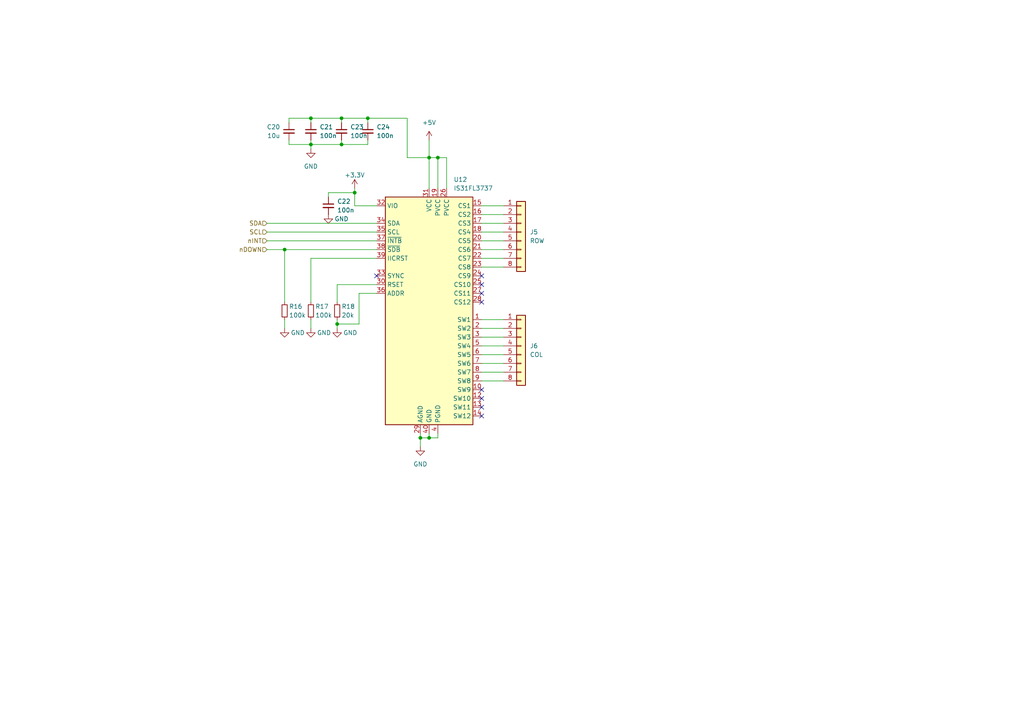
<source format=kicad_sch>
(kicad_sch (version 20211123) (generator eeschema)
  (paper "A4")
  (lib_symbols
    (symbol "Connector_Generic:Conn_01x08" (pin_names (offset 1.016) hide)
      (property "Reference" "J" (at 0 10.16 0))
      (property "Value" "Conn_01x08" (at 0 -12.7 0))
      (symbol "Conn_01x08_1_1"
        (rectangle (start -1.27 -10.033) (end 0 -10.287) (stroke (width 0.1524)))
        (rectangle (start -1.27 -7.493) (end 0 -7.747) (stroke (width 0.1524)))
        (rectangle (start -1.27 -4.953) (end 0 -5.207) (stroke (width 0.1524)))
        (rectangle (start -1.27 -2.413) (end 0 -2.667) (stroke (width 0.1524)))
        (rectangle (start -1.27 0.127) (end 0 -0.127) (stroke (width 0.1524)))
        (rectangle (start -1.27 2.667) (end 0 2.413) (stroke (width 0.1524)))
        (rectangle (start -1.27 5.207) (end 0 4.953) (stroke (width 0.1524)))
        (rectangle (start -1.27 7.747) (end 0 7.493) (stroke (width 0.1524)))
        (rectangle (start -1.27 8.89) (end 1.27 -11.43) (stroke (width 0.254)) (fill (type background)))
        (pin passive line (at -5.08 7.62 0) (length 3.81) (name "Pin_1") (number "1"))
        (pin passive line (at -5.08 5.08 0) (length 3.81) (name "Pin_2") (number "2"))
        (pin passive line (at -5.08 2.54 0) (length 3.81) (name "Pin_3") (number "3"))
        (pin passive line (at -5.08 0 0) (length 3.81) (name "Pin_4") (number "4"))
        (pin passive line (at -5.08 -2.54 0) (length 3.81) (name "Pin_5") (number "5"))
        (pin passive line (at -5.08 -5.08 0) (length 3.81) (name "Pin_6") (number "6"))
        (pin passive line (at -5.08 -7.62 0) (length 3.81) (name "Pin_7") (number "7"))
        (pin passive line (at -5.08 -10.16 0) (length 3.81) (name "Pin_8") (number "8"))
      )
    )
    (symbol "Device:C_Small" (pin_numbers hide) (pin_names (offset 0.254) hide)
      (property "Reference" "C" (at 0.254 1.778 0))
      (property "Value" "C_Small" (at 0.254 -2.032 0))
      (symbol "C_Small_0_1"
        (polyline (pts (xy -1.524 -0.508) (xy 1.524 -0.508)) (stroke (width 0.3302)))
        (polyline (pts (xy -1.524 0.508) (xy 1.524 0.508)) (stroke (width 0.3048)))
      )
      (symbol "C_Small_1_1"
        (pin passive line (at 0 2.54 270) (length 2.032) (name "~") (number "1"))
        (pin passive line (at 0 -2.54 90) (length 2.032) (name "~") (number "2"))
      )
    )
    (symbol "Device:R_Small" (pin_numbers hide) (pin_names (offset 0.254) hide)
      (property "Reference" "R" (at 0.762 0.508 0))
      (property "Value" "R_Small" (at 0.762 -1.016 0))
      (symbol "R_Small_0_1"
        (rectangle (start -0.762 1.778) (end 0.762 -1.778) (stroke (width 0.2032)))
      )
      (symbol "R_Small_1_1"
        (pin passive line (at 0 2.54 270) (length 0.762) (name "~") (number "1"))
        (pin passive line (at 0 -2.54 90) (length 0.762) (name "~") (number "2"))
      )
    )
    (symbol "Driver_LED:IS31FL3737"
      (property "Reference" "U" (at -12.7 33.655 0))
      (property "Value" "IS31FL3737" (at 5.08 -34.29 0))
      (symbol "IS31FL3737_0_1"
        (rectangle (start -12.7 33.02) (end 12.7 -33.02) (stroke (width 0.254)) (fill (type background)))
      )
      (symbol "IS31FL3737_1_1"
        (pin input line (at 15.24 -2.54 180) (length 2.54) (name "SW1") (number "1"))
        (pin input line (at 15.24 -22.86 180) (length 2.54) (name "SW9") (number "10"))
        (pin passive line (at 2.54 -35.56 90) (length 2.54) hide (name "PGND") (number "11"))
        (pin input line (at 15.24 -25.4 180) (length 2.54) (name "SW10") (number "12"))
        (pin input line (at 15.24 -27.94 180) (length 2.54) (name "SW11") (number "13"))
        (pin input line (at 15.24 -30.48 180) (length 2.54) (name "SW12") (number "14"))
        (pin output line (at 15.24 30.48 180) (length 2.54) (name "CS1") (number "15"))
        (pin output line (at 15.24 27.94 180) (length 2.54) (name "CS2") (number "16"))
        (pin output line (at 15.24 25.4 180) (length 2.54) (name "CS3") (number "17"))
        (pin output line (at 15.24 22.86 180) (length 2.54) (name "CS4") (number "18"))
        (pin power_in line (at 2.54 35.56 270) (length 2.54) (name "PVCC") (number "19"))
        (pin input line (at 15.24 -5.08 180) (length 2.54) (name "SW2") (number "2"))
        (pin output line (at 15.24 20.32 180) (length 2.54) (name "CS5") (number "20"))
        (pin output line (at 15.24 17.78 180) (length 2.54) (name "CS6") (number "21"))
        (pin output line (at 15.24 15.24 180) (length 2.54) (name "CS7") (number "22"))
        (pin output line (at 15.24 12.7 180) (length 2.54) (name "CS8") (number "23"))
        (pin output line (at 15.24 10.16 180) (length 2.54) (name "CS9") (number "24"))
        (pin output line (at 15.24 7.62 180) (length 2.54) (name "CS10") (number "25"))
        (pin power_in line (at 5.08 35.56 270) (length 2.54) (name "PVCC") (number "26"))
        (pin output line (at 15.24 5.08 180) (length 2.54) (name "CS11") (number "27"))
        (pin output line (at 15.24 2.54 180) (length 2.54) (name "CS12") (number "28"))
        (pin power_in line (at -2.54 -35.56 90) (length 2.54) (name "AGND") (number "29"))
        (pin input line (at 15.24 -7.62 180) (length 2.54) (name "SW3") (number "3"))
        (pin passive line (at -15.24 7.62 0) (length 2.54) (name "RSET") (number "30"))
        (pin power_in line (at 0 35.56 270) (length 2.54) (name "VCC") (number "31"))
        (pin input line (at -15.24 30.48 0) (length 2.54) (name "VIO") (number "32"))
        (pin input line (at -15.24 10.16 0) (length 2.54) (name "SYNC") (number "33"))
        (pin bidirectional line (at -15.24 25.4 0) (length 2.54) (name "SDA") (number "34"))
        (pin input line (at -15.24 22.86 0) (length 2.54) (name "SCL") (number "35"))
        (pin input line (at -15.24 5.08 0) (length 2.54) (name "ADDR") (number "36"))
        (pin open_collector line (at -15.24 20.32 0) (length 2.54) (name "~{INTB}") (number "37"))
        (pin input line (at -15.24 17.78 0) (length 2.54) (name "~{SDB}") (number "38"))
        (pin input line (at -15.24 15.24 0) (length 2.54) (name "IICRST") (number "39"))
        (pin power_in line (at 2.54 -35.56 90) (length 2.54) (name "PGND") (number "4"))
        (pin power_in line (at 0 -35.56 90) (length 2.54) (name "GND") (number "40"))
        (pin passive line (at 0 -35.56 90) (length 2.54) hide (name "GND") (number "41"))
        (pin input line (at 15.24 -10.16 180) (length 2.54) (name "SW4") (number "5"))
        (pin input line (at 15.24 -12.7 180) (length 2.54) (name "SW5") (number "6"))
        (pin input line (at 15.24 -15.24 180) (length 2.54) (name "SW6") (number "7"))
        (pin input line (at 15.24 -17.78 180) (length 2.54) (name "SW7") (number "8"))
        (pin input line (at 15.24 -20.32 180) (length 2.54) (name "SW8") (number "9"))
      )
    )
    (symbol "power:+3.3V" (power) (pin_names (offset 0))
      (property "Value" "+3.3V" (at 0 3.556 0))
      (symbol "+3.3V_0_1"
        (polyline (pts (xy -0.762 1.27) (xy 0 2.54)))
        (polyline (pts (xy 0 0) (xy 0 2.54)))
        (polyline (pts (xy 0 2.54) (xy 0.762 1.27)))
      )
      (symbol "+3.3V_1_1"
        (pin power_in line (at 0 0 90) (length 0) hide (name "+3.3V") (number "1"))
      )
    )
    (symbol "power:+5V" (power) (pin_names (offset 0))
      (property "Value" "+5V" (at 0 3.556 0))
      (symbol "+5V_0_1"
        (polyline (pts (xy -0.762 1.27) (xy 0 2.54)))
        (polyline (pts (xy 0 0) (xy 0 2.54)))
        (polyline (pts (xy 0 2.54) (xy 0.762 1.27)))
      )
      (symbol "+5V_1_1"
        (pin power_in line (at 0 0 90) (length 0) hide (name "+5V") (number "1"))
      )
    )
    (symbol "power:GND" (power) (pin_names (offset 0))
      (property "Value" "GND" (at 0 -3.81 0))
      (symbol "GND_0_1"
        (polyline (pts (xy 0 0) (xy 0 -1.27) (xy 1.27 -1.27) (xy 0 -2.54) (xy -1.27 -1.27) (xy 0 -1.27)))
      )
      (symbol "GND_1_1"
        (pin power_in line (at 0 0 270) (length 0) hide (name "GND") (number "1"))
      )
    )
  )
  (junction (at 106.68 34.29))
  (junction (at 127 45.72))
  (junction (at 90.17 41.91))
  (junction (at 90.17 34.29))
  (junction (at 102.87 55.88))
  (junction (at 124.46 45.72))
  (junction (at 124.46 127))
  (junction (at 99.06 41.91))
  (junction (at 99.06 34.29))
  (junction (at 97.79 93.98))
  (junction (at 121.92 127))
  (junction (at 82.55 72.39))
  (no_connect (at 109.22 80.01))
  (no_connect (at 139.7 113.03))
  (no_connect (at 139.7 115.57))
  (no_connect (at 139.7 118.11))
  (no_connect (at 139.7 120.65))
  (no_connect (at 139.7 80.01))
  (no_connect (at 139.7 82.55))
  (no_connect (at 139.7 85.09))
  (no_connect (at 139.7 87.63))
  (wire (pts (xy 104.14 85.09) (xy 104.14 93.98)))
  (wire (pts (xy 90.17 74.93) (xy 109.22 74.93)))
  (wire (pts (xy 97.79 87.63) (xy 97.79 82.55)))
  (wire (pts (xy 121.92 125.73) (xy 121.92 127)))
  (wire (pts (xy 139.7 62.23) (xy 146.05 62.23)))
  (wire (pts (xy 139.7 77.47) (xy 146.05 77.47)))
  (wire (pts (xy 106.68 40.64) (xy 106.68 41.91)))
  (wire (pts (xy 77.47 72.39) (xy 82.55 72.39)))
  (wire (pts (xy 139.7 69.85) (xy 146.05 69.85)))
  (wire (pts (xy 90.17 40.64) (xy 90.17 41.91)))
  (wire (pts (xy 82.55 87.63) (xy 82.55 72.39)))
  (wire (pts (xy 139.7 92.71) (xy 146.05 92.71)))
  (wire (pts (xy 124.46 45.72) (xy 127 45.72)))
  (wire (pts (xy 139.7 95.25) (xy 146.05 95.25)))
  (wire (pts (xy 104.14 85.09) (xy 109.22 85.09)))
  (wire (pts (xy 82.55 72.39) (xy 109.22 72.39)))
  (wire (pts (xy 139.7 64.77) (xy 146.05 64.77)))
  (wire (pts (xy 129.54 54.61) (xy 129.54 45.72)))
  (wire (pts (xy 99.06 34.29) (xy 99.06 35.56)))
  (wire (pts (xy 118.11 45.72) (xy 124.46 45.72)))
  (wire (pts (xy 118.11 34.29) (xy 118.11 45.72)))
  (wire (pts (xy 124.46 45.72) (xy 124.46 54.61)))
  (wire (pts (xy 102.87 55.88) (xy 102.87 59.69)))
  (wire (pts (xy 97.79 92.71) (xy 97.79 93.98)))
  (wire (pts (xy 127 127) (xy 124.46 127)))
  (wire (pts (xy 82.55 92.71) (xy 82.55 95.25)))
  (wire (pts (xy 99.06 41.91) (xy 106.68 41.91)))
  (wire (pts (xy 139.7 107.95) (xy 146.05 107.95)))
  (wire (pts (xy 106.68 34.29) (xy 118.11 34.29)))
  (wire (pts (xy 127 125.73) (xy 127 127)))
  (wire (pts (xy 97.79 82.55) (xy 109.22 82.55)))
  (wire (pts (xy 97.79 93.98) (xy 104.14 93.98)))
  (wire (pts (xy 90.17 34.29) (xy 99.06 34.29)))
  (wire (pts (xy 83.82 41.91) (xy 90.17 41.91)))
  (wire (pts (xy 139.7 74.93) (xy 146.05 74.93)))
  (wire (pts (xy 90.17 41.91) (xy 90.17 43.18)))
  (wire (pts (xy 127 45.72) (xy 127 54.61)))
  (wire (pts (xy 139.7 102.87) (xy 146.05 102.87)))
  (wire (pts (xy 90.17 35.56) (xy 90.17 34.29)))
  (wire (pts (xy 139.7 97.79) (xy 146.05 97.79)))
  (wire (pts (xy 77.47 64.77) (xy 109.22 64.77)))
  (wire (pts (xy 139.7 110.49) (xy 146.05 110.49)))
  (wire (pts (xy 99.06 34.29) (xy 106.68 34.29)))
  (wire (pts (xy 90.17 92.71) (xy 90.17 95.25)))
  (wire (pts (xy 90.17 87.63) (xy 90.17 74.93)))
  (wire (pts (xy 83.82 34.29) (xy 90.17 34.29)))
  (wire (pts (xy 129.54 45.72) (xy 127 45.72)))
  (wire (pts (xy 95.25 55.88) (xy 102.87 55.88)))
  (wire (pts (xy 99.06 40.64) (xy 99.06 41.91)))
  (wire (pts (xy 102.87 54.61) (xy 102.87 55.88)))
  (wire (pts (xy 97.79 93.98) (xy 97.79 95.25)))
  (wire (pts (xy 124.46 125.73) (xy 124.46 127)))
  (wire (pts (xy 102.87 59.69) (xy 109.22 59.69)))
  (wire (pts (xy 83.82 40.64) (xy 83.82 41.91)))
  (wire (pts (xy 77.47 67.31) (xy 109.22 67.31)))
  (wire (pts (xy 106.68 34.29) (xy 106.68 35.56)))
  (wire (pts (xy 139.7 59.69) (xy 146.05 59.69)))
  (wire (pts (xy 95.25 57.15) (xy 95.25 55.88)))
  (wire (pts (xy 90.17 41.91) (xy 99.06 41.91)))
  (wire (pts (xy 83.82 35.56) (xy 83.82 34.29)))
  (wire (pts (xy 121.92 127) (xy 124.46 127)))
  (wire (pts (xy 139.7 105.41) (xy 146.05 105.41)))
  (wire (pts (xy 139.7 100.33) (xy 146.05 100.33)))
  (wire (pts (xy 77.47 69.85) (xy 109.22 69.85)))
  (wire (pts (xy 139.7 67.31) (xy 146.05 67.31)))
  (wire (pts (xy 124.46 40.64) (xy 124.46 45.72)))
  (wire (pts (xy 121.92 127) (xy 121.92 129.54)))
  (wire (pts (xy 139.7 72.39) (xy 146.05 72.39)))
  (hierarchical_label "SDA" (shape input) (at 77.47 64.77 180))
  (hierarchical_label "SCL" (shape input) (at 77.47 67.31 180))
  (hierarchical_label "nDOWN" (shape input) (at 77.47 72.39 180))
  (hierarchical_label "nINT" (shape input) (at 77.47 69.85 180))
  (symbol (lib_id "Device:C_Small") (at 90.17 38.1 0) (unit 1)
    (property "Reference" "C21" (at 92.71 36.8362 0) (effects (justify left)))
    (property "Value" "100n" (at 92.71 39.3762 0) (effects (justify left)))
    (property "Footprint" "Capacitor_SMD:C_0603_1608Metric" (effects hide))
  )
  (symbol (lib_id "power:+5V") (at 124.46 40.64 0) (unit 1)
    (property "Reference" "#PWR059" (effects hide))
    (property "Value" "+5V" (at 124.46 35.56 0))
  )
  (symbol (lib_id "power:+3.3V") (at 102.87 54.61 0) (mirror y) (unit 1)
    (property "Reference" "#PWR057" (effects hide))
    (property "Value" "+3.3V" (at 102.87 50.8 0))
  )
  (symbol (lib_id "power:GND") (at 95.25 62.23 0) (mirror y) (unit 1)
    (property "Reference" "#PWR055" (effects hide))
    (property "Value" "GND" (at 99.06 63.5 0))
  )
  (symbol (lib_id "Connector_Generic:Conn_01x08") (at 151.13 67.31 0) (unit 1)
    (property "Reference" "J5" (at 153.67 67.3099 0) (effects (justify left)))
    (property "Value" "ROW" (at 153.67 69.8499 0) (effects (justify left)))
    (property "Footprint" "Connector_PinSocket_2.54mm:PinSocket_1x08_P2.54mm_Vertical" (effects hide))
  )
  (symbol (lib_id "Device:C_Small") (at 106.68 38.1 0) (unit 1)
    (property "Reference" "C24" (at 109.22 36.8362 0) (effects (justify left)))
    (property "Value" "100n" (at 109.22 39.3762 0) (effects (justify left)))
    (property "Footprint" "Capacitor_SMD:C_0603_1608Metric" (effects hide))
  )
  (symbol (lib_id "power:GND") (at 90.17 95.25 0) (mirror y) (unit 1)
    (property "Reference" "#PWR054" (effects hide))
    (property "Value" "GND" (at 93.98 96.52 0))
  )
  (symbol (lib_id "power:GND") (at 97.79 95.25 0) (mirror y) (unit 1)
    (property "Reference" "#PWR056" (effects hide))
    (property "Value" "GND" (at 101.6 96.52 0))
  )
  (symbol (lib_id "power:GND") (at 90.17 43.18 0) (mirror y) (unit 1)
    (property "Reference" "#PWR053" (effects hide))
    (property "Value" "GND" (at 90.17 48.26 0))
  )
  (symbol (lib_id "Device:C_Small") (at 95.25 59.69 0) (unit 1)
    (property "Reference" "C22" (at 97.79 58.4262 0) (effects (justify left)))
    (property "Value" "100n" (at 97.79 60.9662 0) (effects (justify left)))
    (property "Footprint" "Capacitor_SMD:C_0603_1608Metric" (effects hide))
  )
  (symbol (lib_id "power:GND") (at 82.55 95.25 0) (mirror y) (unit 1)
    (property "Reference" "#PWR052" (effects hide))
    (property "Value" "GND" (at 86.36 96.52 0))
  )
  (symbol (lib_id "Driver_LED:IS31FL3737") (at 124.46 90.17 0) (unit 1)
    (property "Reference" "U12" (at 131.5594 52.07 0) (effects (justify left)))
    (property "Value" "IS31FL3737" (at 131.5594 54.61 0) (effects (justify left)))
    (property "Footprint" "Package_DFN_QFN:QFN-40-1EP_5x5mm_P0.4mm_EP3.6x3.6mm" (effects hide))
    (property "Datasheet" "http://www.issi.com/WW/pdf/31FL3737.pdf" (effects hide))
  )
  (symbol (lib_id "Connector_Generic:Conn_01x08") (at 151.13 100.33 0) (unit 1)
    (property "Reference" "J6" (at 153.67 100.3299 0) (effects (justify left)))
    (property "Value" "COL" (at 153.67 102.8699 0) (effects (justify left)))
    (property "Footprint" "Connector_PinSocket_2.54mm:PinSocket_1x08_P2.54mm_Vertical" (effects hide))
  )
  (symbol (lib_id "Device:R_Small") (at 97.79 90.17 0) (unit 1)
    (property "Reference" "R18" (at 99.06 88.9 0) (effects (justify left)))
    (property "Value" "20k" (at 99.06 91.44 0) (effects (justify left)))
    (property "Footprint" "Resistor_SMD:R_0603_1608Metric" (effects hide))
  )
  (symbol (lib_id "Device:C_Small") (at 83.82 38.1 0) (mirror y) (unit 1)
    (property "Reference" "C20" (at 81.28 36.8362 0) (effects (justify left)))
    (property "Value" "10u" (at 81.28 39.3762 0) (effects (justify left)))
    (property "Footprint" "Capacitor_SMD:C_0805_2012Metric" (effects hide))
  )
  (symbol (lib_id "power:GND") (at 121.92 129.54 0) (mirror y) (unit 1)
    (property "Reference" "#PWR058" (effects hide))
    (property "Value" "GND" (at 121.92 134.62 0))
  )
  (symbol (lib_id "Device:C_Small") (at 99.06 38.1 0) (unit 1)
    (property "Reference" "C23" (at 101.6 36.8362 0) (effects (justify left)))
    (property "Value" "100n" (at 101.6 39.3762 0) (effects (justify left)))
    (property "Footprint" "Capacitor_SMD:C_0603_1608Metric" (effects hide))
  )
  (symbol (lib_id "Device:R_Small") (at 82.55 90.17 0) (unit 1)
    (property "Reference" "R16" (at 83.82 88.9 0) (effects (justify left)))
    (property "Value" "100k" (at 83.82 91.44 0) (effects (justify left)))
    (property "Footprint" "Resistor_SMD:R_0603_1608Metric" (effects hide))
  )
  (symbol (lib_id "Device:R_Small") (at 90.17 90.17 0) (unit 1)
    (property "Reference" "R17" (at 91.44 88.9 0) (effects (justify left)))
    (property "Value" "100k" (at 91.44 91.44 0) (effects (justify left)))
    (property "Footprint" "Resistor_SMD:R_0603_1608Metric" (effects hide))
  )
)
</source>
